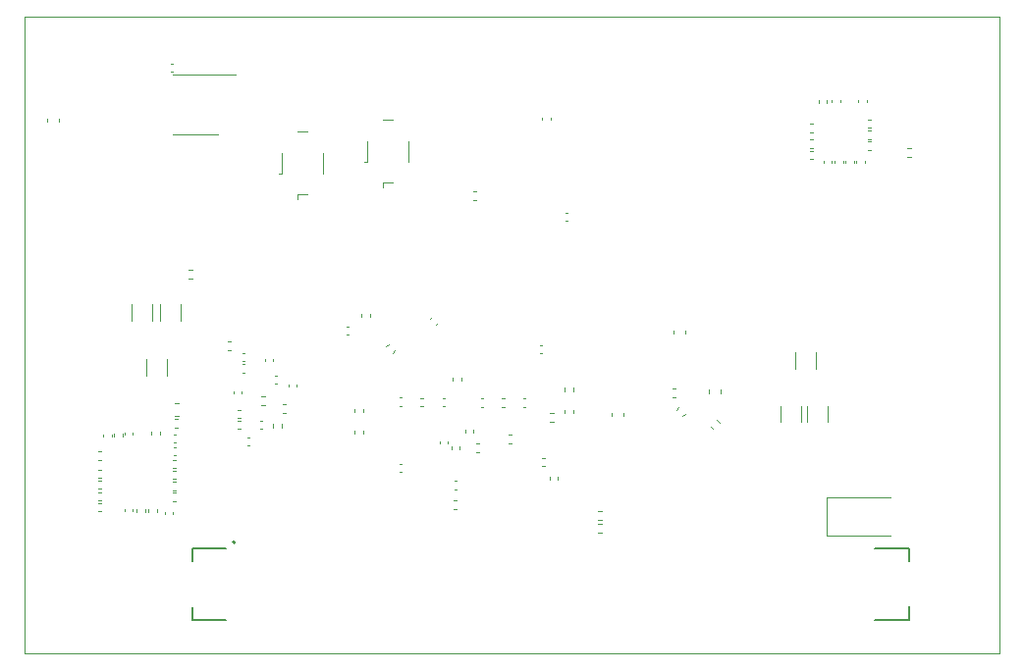
<source format=gbr>
%TF.GenerationSoftware,KiCad,Pcbnew,7.99.0-3958-g1df84f4d92*%
%TF.CreationDate,2023-12-24T01:25:56+01:00*%
%TF.ProjectId,SBC,5342432e-6b69-4636-9164-5f7063625858,rev?*%
%TF.SameCoordinates,Original*%
%TF.FileFunction,Legend,Bot*%
%TF.FilePolarity,Positive*%
%FSLAX46Y46*%
G04 Gerber Fmt 4.6, Leading zero omitted, Abs format (unit mm)*
G04 Created by KiCad (PCBNEW 7.99.0-3958-g1df84f4d92) date 2023-12-24 01:25:56*
%MOMM*%
%LPD*%
G01*
G04 APERTURE LIST*
%ADD10C,0.120000*%
%ADD11C,0.127000*%
%ADD12C,0.200000*%
%TA.AperFunction,Profile*%
%ADD13C,0.100000*%
%TD*%
G04 APERTURE END LIST*
D10*
%TO.C,C165*%
X93305481Y-114457036D02*
X93305481Y-114241364D01*
X94025481Y-114457036D02*
X94025481Y-114241364D01*
%TO.C,R36*%
X85940000Y-111744041D02*
X85940000Y-111436759D01*
X86700000Y-111744041D02*
X86700000Y-111436759D01*
%TO.C,C5*%
X125285626Y-88197528D02*
X125501298Y-88197528D01*
X125285626Y-88917528D02*
X125501298Y-88917528D01*
%TO.C,R62*%
X107273641Y-121350400D02*
X106966359Y-121350400D01*
X107273641Y-122110400D02*
X106966359Y-122110400D01*
%TO.C,R73*%
X78963881Y-113022455D02*
X78963881Y-112715173D01*
X79723881Y-113022455D02*
X79723881Y-112715173D01*
%TO.C,C283*%
X78032836Y-112465000D02*
X77817164Y-112465000D01*
X78032836Y-113185000D02*
X77817164Y-113185000D01*
%TO.C,C10*%
X129283462Y-90215364D02*
X129283462Y-89999692D01*
X130003462Y-90215364D02*
X130003462Y-89999692D01*
D11*
%TO.C,J1*%
X72015481Y-123445014D02*
X72015481Y-124545014D01*
X72015481Y-128545014D02*
X72015481Y-129645014D01*
X72015481Y-129645014D02*
X74915481Y-129645014D01*
X74915481Y-123445014D02*
X72015481Y-123445014D01*
X133815481Y-123445014D02*
X130815481Y-123445014D01*
X133815481Y-123445014D02*
X133815481Y-124545014D01*
X133815481Y-128445014D02*
X133815481Y-129645014D01*
X133815481Y-129645014D02*
X130815481Y-129645014D01*
D12*
X75690481Y-122945014D02*
G75*
G02*
X75490481Y-122945014I-100000J0D01*
G01*
X75490481Y-122945014D02*
G75*
G02*
X75690481Y-122945014I100000J0D01*
G01*
D10*
%TO.C,R37*%
X86540000Y-103509041D02*
X86540000Y-103201759D01*
X87300000Y-103509041D02*
X87300000Y-103201759D01*
%TO.C,C330*%
X70312164Y-115820400D02*
X70527836Y-115820400D01*
X70312164Y-116540400D02*
X70527836Y-116540400D01*
%TO.C,R96*%
X68167981Y-120051773D02*
X68167981Y-120359055D01*
X68927981Y-120051773D02*
X68927981Y-120359055D01*
%TO.C,R71*%
X133952103Y-88945028D02*
X133644821Y-88945028D01*
X133952103Y-89705028D02*
X133644821Y-89705028D01*
%TO.C,C212*%
X85473317Y-104335014D02*
X85257645Y-104335014D01*
X85473317Y-105055014D02*
X85257645Y-105055014D01*
%TO.C,C12*%
X129433462Y-84762192D02*
X129433462Y-84977864D01*
X130153462Y-84762192D02*
X130153462Y-84977864D01*
%TO.C,C333*%
X64102836Y-115095400D02*
X63887164Y-115095400D01*
X64102836Y-115815400D02*
X63887164Y-115815400D01*
%TO.C,C255*%
X108127513Y-112067461D02*
X108127513Y-111786301D01*
X109147513Y-112067461D02*
X109147513Y-111786301D01*
%TO.C,R69*%
X104084400Y-111815241D02*
X104084400Y-111507959D01*
X104844400Y-111815241D02*
X104844400Y-111507959D01*
%TO.C,R74*%
X77945640Y-110355214D02*
X78252922Y-110355214D01*
X77945640Y-111115214D02*
X78252922Y-111115214D01*
%TO.C,C202*%
X94452400Y-108739764D02*
X94452400Y-108955436D01*
X95172400Y-108739764D02*
X95172400Y-108955436D01*
%TO.C,C158*%
X101959869Y-105914790D02*
X102175541Y-105914790D01*
X101959869Y-106634790D02*
X102175541Y-106634790D01*
%TO.C,C280*%
X79307836Y-108570400D02*
X79092164Y-108570400D01*
X79307836Y-109290400D02*
X79092164Y-109290400D01*
%TO.C,R70*%
X104084400Y-109935641D02*
X104084400Y-109628359D01*
X104844400Y-109935641D02*
X104844400Y-109628359D01*
%TO.C,C284*%
X75560000Y-110138236D02*
X75560000Y-109922564D01*
X76280000Y-110138236D02*
X76280000Y-109922564D01*
%TO.C,C7*%
X126433462Y-90215364D02*
X126433462Y-89999692D01*
X127153462Y-90215364D02*
X127153462Y-89999692D01*
%TO.C,Y4*%
X79437481Y-91112014D02*
X79677481Y-91112014D01*
X79677481Y-91112014D02*
X79677481Y-89312014D01*
X81077481Y-87512014D02*
X81877481Y-87512014D01*
X81077481Y-92912014D02*
X81077481Y-93312014D01*
X81877481Y-92912014D02*
X81077481Y-92912014D01*
X83277481Y-89312014D02*
X83277481Y-91112014D01*
%TO.C,C133*%
X95505481Y-113237178D02*
X95505481Y-113452850D01*
X96225481Y-113237178D02*
X96225481Y-113452850D01*
%TO.C,C6*%
X125285626Y-89147528D02*
X125501298Y-89147528D01*
X125285626Y-89867528D02*
X125501298Y-89867528D01*
%TO.C,Y3*%
X86803481Y-90096014D02*
X87043481Y-90096014D01*
X87043481Y-90096014D02*
X87043481Y-88296014D01*
X88443481Y-86496014D02*
X89243481Y-86496014D01*
X88443481Y-91896014D02*
X88443481Y-92296014D01*
X89243481Y-91896014D02*
X88443481Y-91896014D01*
X90643481Y-88296014D02*
X90643481Y-90096014D01*
%TO.C,C274*%
X72043902Y-99458614D02*
X71708660Y-99458614D01*
X72043902Y-100218614D02*
X71708660Y-100218614D01*
%TO.C,U18*%
X70302481Y-82613014D02*
X72252481Y-82613014D01*
X70302481Y-87733014D02*
X72252481Y-87733014D01*
X74202481Y-87733014D02*
X72252481Y-87733014D01*
X75702481Y-82613014D02*
X72252481Y-82613014D01*
%TO.C,C282*%
X80037836Y-111065000D02*
X79822164Y-111065000D01*
X80037836Y-111785000D02*
X79822164Y-111785000D01*
%TO.C,C2*%
X127133462Y-84762192D02*
X127133462Y-84977864D01*
X127853462Y-84762192D02*
X127853462Y-84977864D01*
%TO.C,C323*%
X70362164Y-113620400D02*
X70577836Y-113620400D01*
X70362164Y-114340400D02*
X70577836Y-114340400D01*
%TO.C,C41*%
X124983462Y-111158776D02*
X124983462Y-112581280D01*
X126803462Y-111158776D02*
X126803462Y-112581280D01*
%TO.C,C320*%
X70512164Y-112332900D02*
X70727836Y-112332900D01*
X70512164Y-113052900D02*
X70727836Y-113052900D01*
%TO.C,C13*%
X130501298Y-88347528D02*
X130285626Y-88347528D01*
X130501298Y-89067528D02*
X130285626Y-89067528D01*
%TO.C,C329*%
X64102836Y-118620400D02*
X63887164Y-118620400D01*
X64102836Y-119340400D02*
X63887164Y-119340400D01*
%TO.C,C190*%
X91685847Y-110487139D02*
X91901519Y-110487139D01*
X91685847Y-111207139D02*
X91901519Y-111207139D01*
%TO.C,C170*%
X92627574Y-103495604D02*
X92475071Y-103648107D01*
X93136691Y-104004721D02*
X92984188Y-104157224D01*
%TO.C,C335*%
X70362164Y-114720400D02*
X70577836Y-114720400D01*
X70362164Y-115440400D02*
X70577836Y-115440400D01*
%TO.C,D1*%
X126736481Y-119112414D02*
X126736481Y-122412414D01*
X132246481Y-119112414D02*
X126736481Y-119112414D01*
X132246481Y-122412414D02*
X126736481Y-122412414D01*
%TO.C,C154*%
X102155481Y-86287178D02*
X102155481Y-86502850D01*
X102875481Y-86287178D02*
X102875481Y-86502850D01*
%TO.C,C332*%
X66160000Y-120077578D02*
X66160000Y-120293250D01*
X66880000Y-120077578D02*
X66880000Y-120293250D01*
%TO.C,C328*%
X65260000Y-113800736D02*
X65260000Y-113585064D01*
X65980000Y-113800736D02*
X65980000Y-113585064D01*
%TO.C,C67*%
X68019881Y-108576266D02*
X68019881Y-107153762D01*
X69839881Y-108576266D02*
X69839881Y-107153762D01*
%TO.C,C155*%
X98914816Y-110521080D02*
X98699144Y-110521080D01*
X98914816Y-111241080D02*
X98699144Y-111241080D01*
%TO.C,C279*%
X75942164Y-111515000D02*
X76157836Y-111515000D01*
X75942164Y-112235000D02*
X76157836Y-112235000D01*
%TO.C,C15*%
X126008462Y-84792192D02*
X126008462Y-85007864D01*
X126728462Y-84792192D02*
X126728462Y-85007864D01*
%TO.C,C325*%
X69610000Y-120322564D02*
X69610000Y-120538236D01*
X70330000Y-120322564D02*
X70330000Y-120538236D01*
%TO.C,C318*%
X64310000Y-113838236D02*
X64310000Y-113622564D01*
X65030000Y-113838236D02*
X65030000Y-113622564D01*
%TO.C,R34*%
X102864640Y-111756614D02*
X103171922Y-111756614D01*
X102864640Y-112516614D02*
X103171922Y-112516614D01*
%TO.C,C151*%
X94355481Y-114902850D02*
X94355481Y-114687178D01*
X95075481Y-114902850D02*
X95075481Y-114687178D01*
%TO.C,C168*%
X100739171Y-110557414D02*
X100523499Y-110557414D01*
X100739171Y-111277414D02*
X100523499Y-111277414D01*
%TO.C,R38*%
X85940000Y-113286759D02*
X85940000Y-113594041D01*
X86700000Y-113286759D02*
X86700000Y-113594041D01*
%TO.C,C43*%
X123968462Y-107981280D02*
X123968462Y-106558776D01*
X125788462Y-107981280D02*
X125788462Y-106558776D01*
%TO.C,C331*%
X70312164Y-117720400D02*
X70527836Y-117720400D01*
X70312164Y-118440400D02*
X70527836Y-118440400D01*
%TO.C,C285*%
X76957836Y-113865000D02*
X76742164Y-113865000D01*
X76957836Y-114585000D02*
X76742164Y-114585000D01*
%TO.C,R63*%
X113696504Y-109684729D02*
X113389222Y-109684729D01*
X113696504Y-110444729D02*
X113389222Y-110444729D01*
%TO.C,R72*%
X75016359Y-105612900D02*
X75323641Y-105612900D01*
X75016359Y-106372900D02*
X75323641Y-106372900D01*
%TO.C,C130*%
X104157645Y-94485014D02*
X104373317Y-94485014D01*
X104157645Y-95205014D02*
X104373317Y-95205014D01*
%TO.C,C334*%
X70312164Y-116770400D02*
X70527836Y-116770400D01*
X70312164Y-117490400D02*
X70527836Y-117490400D01*
%TO.C,C178*%
X93777317Y-110504632D02*
X93561645Y-110504632D01*
X93777317Y-111224632D02*
X93561645Y-111224632D01*
%TO.C,C36*%
X122683462Y-111158776D02*
X122683462Y-112581280D01*
X124503462Y-111158776D02*
X124503462Y-112581280D01*
%TO.C,R33*%
X116692659Y-112940460D02*
X116909940Y-113157741D01*
X117230060Y-112403059D02*
X117447341Y-112620340D01*
%TO.C,C9*%
X128333462Y-90215364D02*
X128333462Y-89999692D01*
X129053462Y-90215364D02*
X129053462Y-89999692D01*
%TO.C,C256*%
X113479400Y-104637620D02*
X113479400Y-104918780D01*
X114499400Y-104637620D02*
X114499400Y-104918780D01*
%TO.C,C276*%
X76532836Y-107565000D02*
X76317164Y-107565000D01*
X76532836Y-108285000D02*
X76317164Y-108285000D01*
%TO.C,C66*%
X69188281Y-103851866D02*
X69188281Y-102429362D01*
X71008281Y-103851866D02*
X71008281Y-102429362D01*
%TO.C,C157*%
X102377317Y-115663945D02*
X102161645Y-115663945D01*
X102377317Y-116383945D02*
X102161645Y-116383945D01*
%TO.C,C267*%
X116510000Y-109789820D02*
X116510000Y-110070980D01*
X117530000Y-109789820D02*
X117530000Y-110070980D01*
%TO.C,R40*%
X94516359Y-119312900D02*
X94823641Y-119312900D01*
X94516359Y-120072900D02*
X94823641Y-120072900D01*
%TO.C,C4*%
X125285626Y-86847528D02*
X125501298Y-86847528D01*
X125285626Y-87567528D02*
X125501298Y-87567528D01*
%TO.C,R39*%
X88920564Y-105842435D02*
X88703283Y-106059716D01*
X89457965Y-106379836D02*
X89240684Y-106597117D01*
%TO.C,C337*%
X64102836Y-117610400D02*
X63887164Y-117610400D01*
X64102836Y-118330400D02*
X63887164Y-118330400D01*
%TO.C,C129*%
X96712636Y-114427600D02*
X96496964Y-114427600D01*
X96712636Y-115147600D02*
X96496964Y-115147600D01*
%TO.C,C3*%
X130501298Y-86447528D02*
X130285626Y-86447528D01*
X130501298Y-87167528D02*
X130285626Y-87167528D01*
%TO.C,C169*%
X102798481Y-117315178D02*
X102798481Y-117530850D01*
X103518481Y-117315178D02*
X103518481Y-117530850D01*
%TO.C,C140*%
X94798317Y-117660014D02*
X94582645Y-117660014D01*
X94798317Y-118380014D02*
X94582645Y-118380014D01*
%TO.C,C338*%
X64102836Y-119545400D02*
X63887164Y-119545400D01*
X64102836Y-120265400D02*
X63887164Y-120265400D01*
%TO.C,C310*%
X70355317Y-81608014D02*
X70139645Y-81608014D01*
X70355317Y-82328014D02*
X70139645Y-82328014D01*
%TO.C,C336*%
X68464519Y-113638236D02*
X68464519Y-113422564D01*
X69184519Y-113638236D02*
X69184519Y-113422564D01*
%TO.C,C289*%
X59455481Y-86660594D02*
X59455481Y-86379434D01*
X60475481Y-86660594D02*
X60475481Y-86379434D01*
%TO.C,C8*%
X127383462Y-90215364D02*
X127383462Y-89999692D01*
X128103462Y-90215364D02*
X128103462Y-89999692D01*
%TO.C,C193*%
X89838870Y-110477857D02*
X90054542Y-110477857D01*
X89838870Y-111197857D02*
X90054542Y-111197857D01*
%TO.C,R97*%
X67167981Y-120051773D02*
X67167981Y-120359055D01*
X67927981Y-120051773D02*
X67927981Y-120359055D01*
%TO.C,C166*%
X96858279Y-110554100D02*
X97073951Y-110554100D01*
X96858279Y-111274100D02*
X97073951Y-111274100D01*
%TO.C,C322*%
X64102836Y-116690400D02*
X63887164Y-116690400D01*
X64102836Y-117410400D02*
X63887164Y-117410400D01*
%TO.C,C11*%
X130501298Y-87447528D02*
X130285626Y-87447528D01*
X130501298Y-88167528D02*
X130285626Y-88167528D01*
%TO.C,C156*%
X99268739Y-113682745D02*
X99484411Y-113682745D01*
X99268739Y-114402745D02*
X99484411Y-114402745D01*
%TO.C,C324*%
X70312164Y-118670400D02*
X70527836Y-118670400D01*
X70312164Y-119390400D02*
X70527836Y-119390400D01*
%TO.C,FB7*%
X70782779Y-110982900D02*
X70457221Y-110982900D01*
X70782779Y-112002900D02*
X70457221Y-112002900D01*
%TO.C,C278*%
X76507836Y-106615000D02*
X76292164Y-106615000D01*
X76507836Y-107335000D02*
X76292164Y-107335000D01*
%TO.C,C173*%
X96257645Y-92685014D02*
X96473317Y-92685014D01*
X96257645Y-93405014D02*
X96473317Y-93405014D01*
%TO.C,C277*%
X78240000Y-107117164D02*
X78240000Y-107332836D01*
X78960000Y-107117164D02*
X78960000Y-107332836D01*
%TO.C,R61*%
X107273641Y-120250400D02*
X106966359Y-120250400D01*
X107273641Y-121010400D02*
X106966359Y-121010400D01*
%TO.C,C141*%
X89837645Y-116185014D02*
X90053317Y-116185014D01*
X89837645Y-116905014D02*
X90053317Y-116905014D01*
%TO.C,C326*%
X66160000Y-113663236D02*
X66160000Y-113447564D01*
X66880000Y-113663236D02*
X66880000Y-113447564D01*
%TO.C,C70*%
X66749881Y-103826466D02*
X66749881Y-102403962D01*
X68569881Y-103826466D02*
X68569881Y-102403962D01*
%TO.C,C281*%
X75942164Y-112465000D02*
X76157836Y-112465000D01*
X75942164Y-113185000D02*
X76157836Y-113185000D01*
%TO.C,R64*%
X113946950Y-111301830D02*
X113729669Y-111519111D01*
X114484351Y-111839231D02*
X114267070Y-112056512D01*
%TO.C,C286*%
X80290000Y-109317164D02*
X80290000Y-109532836D01*
X81010000Y-109317164D02*
X81010000Y-109532836D01*
%TD*%
D13*
X57565481Y-77545014D02*
X141565481Y-77545014D01*
X141565481Y-132545014D01*
X57565481Y-132545014D01*
X57565481Y-77545014D01*
M02*

</source>
